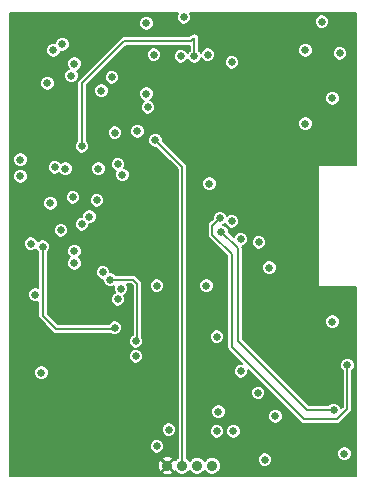
<source format=gbr>
G04 (created by PCBNEW (22-Jun-2014 BZR 4027)-stable) date Thu 09 Jul 2015 06:25:10 AM CDT*
%MOIN*%
G04 Gerber Fmt 3.4, Leading zero omitted, Abs format*
%FSLAX34Y34*%
G01*
G70*
G90*
G04 APERTURE LIST*
%ADD10C,0.00590551*%
%ADD11C,0.0350394*%
%ADD12C,0.025*%
%ADD13C,0.008*%
%ADD14C,0.00787402*%
G04 APERTURE END LIST*
G54D10*
G54D11*
X10900Y-20750D03*
X11400Y-20750D03*
X11900Y-20750D03*
X12400Y-20750D03*
G54D12*
X10250Y-8800D03*
X9900Y-9600D03*
X8750Y-14300D03*
X7800Y-7350D03*
X16650Y-7000D03*
X16800Y-20350D03*
X9250Y-10700D03*
X12600Y-18950D03*
X12300Y-11350D03*
X7000Y-12000D03*
X6350Y-13350D03*
X12550Y-16450D03*
X6500Y-15050D03*
X10450Y-7050D03*
X12250Y-7050D03*
X16400Y-8500D03*
X7150Y-10800D03*
X6000Y-10550D03*
X6000Y-11100D03*
X16400Y-15950D03*
X12200Y-14750D03*
X9250Y-15200D03*
X6700Y-17650D03*
X9850Y-17100D03*
X10950Y-19550D03*
X13350Y-17600D03*
X13923Y-18323D03*
X10200Y-8350D03*
X13050Y-7300D03*
X10550Y-20100D03*
X9350Y-14850D03*
X10550Y-14750D03*
X13950Y-13300D03*
X13350Y-13200D03*
X8550Y-11900D03*
X7800Y-13600D03*
X8300Y-12450D03*
X7800Y-14000D03*
X8050Y-12700D03*
X9150Y-9650D03*
X7700Y-7750D03*
X9050Y-7800D03*
X15500Y-9350D03*
X15500Y-6900D03*
X14300Y-14150D03*
X14500Y-19100D03*
X11350Y-7100D03*
X11450Y-5800D03*
X6750Y-13450D03*
X9150Y-16150D03*
X8050Y-10100D03*
X11800Y-7100D03*
X10200Y-6000D03*
X8700Y-8250D03*
X9850Y-16600D03*
X7350Y-12900D03*
X9000Y-14550D03*
X7500Y-10850D03*
X8600Y-10850D03*
X10500Y-9900D03*
X9400Y-11050D03*
X7400Y-6700D03*
X7750Y-11800D03*
X6900Y-8000D03*
X12700Y-12950D03*
X16450Y-18900D03*
X12650Y-12500D03*
X16900Y-17400D03*
X16200Y-16350D03*
X8000Y-6800D03*
X9100Y-15800D03*
X9400Y-10100D03*
X12300Y-14400D03*
X9000Y-17100D03*
X10500Y-15800D03*
X12600Y-17600D03*
X9500Y-8950D03*
X7200Y-10400D03*
X13050Y-12600D03*
X12550Y-19600D03*
X13100Y-19600D03*
X16050Y-5950D03*
X14150Y-20550D03*
X7100Y-6900D03*
G54D13*
X6750Y-15750D02*
X6750Y-13450D01*
X7200Y-16200D02*
X6750Y-15750D01*
X9100Y-16200D02*
X7200Y-16200D01*
X9150Y-16150D02*
X9100Y-16200D01*
X8050Y-8000D02*
X8050Y-10100D01*
X9450Y-6600D02*
X8050Y-8000D01*
X11700Y-6600D02*
X9450Y-6600D01*
X11800Y-6500D02*
X11700Y-6600D01*
X11800Y-7100D02*
X11800Y-6500D01*
X9750Y-14550D02*
X9000Y-14550D01*
X9900Y-14700D02*
X9750Y-14550D01*
X9900Y-16550D02*
X9900Y-14700D01*
X9850Y-16600D02*
X9900Y-16550D01*
X11400Y-10800D02*
X11400Y-20750D01*
X10500Y-9900D02*
X11400Y-10800D01*
X12700Y-12950D02*
X13250Y-13500D01*
X13250Y-13500D02*
X13250Y-16600D01*
X13250Y-16600D02*
X15550Y-18900D01*
X15550Y-18900D02*
X16450Y-18900D01*
X12650Y-12500D02*
X12400Y-12750D01*
X12400Y-12750D02*
X12400Y-13050D01*
X12400Y-13050D02*
X13050Y-13700D01*
X13050Y-13700D02*
X13050Y-16800D01*
X13050Y-16800D02*
X15450Y-19200D01*
X15450Y-19200D02*
X16550Y-19200D01*
X16550Y-19200D02*
X16900Y-18850D01*
X16900Y-18850D02*
X16900Y-17400D01*
G54D10*
G36*
X17185Y-21097D02*
X17143Y-21097D01*
X17143Y-17351D01*
X17106Y-17262D01*
X17037Y-17194D01*
X16948Y-17156D01*
X16851Y-17156D01*
X16762Y-17193D01*
X16694Y-17262D01*
X16656Y-17351D01*
X16656Y-17448D01*
X16693Y-17537D01*
X16741Y-17585D01*
X16741Y-18784D01*
X16687Y-18838D01*
X16656Y-18762D01*
X16643Y-18749D01*
X16643Y-15901D01*
X16606Y-15812D01*
X16537Y-15744D01*
X16448Y-15706D01*
X16351Y-15706D01*
X16262Y-15743D01*
X16194Y-15812D01*
X16156Y-15901D01*
X16156Y-15998D01*
X16193Y-16087D01*
X16262Y-16155D01*
X16351Y-16193D01*
X16448Y-16193D01*
X16537Y-16156D01*
X16605Y-16087D01*
X16643Y-15998D01*
X16643Y-15901D01*
X16643Y-18749D01*
X16587Y-18694D01*
X16498Y-18656D01*
X16401Y-18656D01*
X16312Y-18693D01*
X16264Y-18741D01*
X15743Y-18741D01*
X15743Y-9301D01*
X15743Y-6851D01*
X15706Y-6762D01*
X15637Y-6694D01*
X15548Y-6656D01*
X15451Y-6656D01*
X15362Y-6693D01*
X15294Y-6762D01*
X15256Y-6851D01*
X15256Y-6948D01*
X15293Y-7037D01*
X15362Y-7105D01*
X15451Y-7143D01*
X15548Y-7143D01*
X15637Y-7106D01*
X15705Y-7037D01*
X15743Y-6948D01*
X15743Y-6851D01*
X15743Y-9301D01*
X15706Y-9212D01*
X15637Y-9144D01*
X15548Y-9106D01*
X15451Y-9106D01*
X15362Y-9143D01*
X15294Y-9212D01*
X15256Y-9301D01*
X15256Y-9398D01*
X15293Y-9487D01*
X15362Y-9555D01*
X15451Y-9593D01*
X15548Y-9593D01*
X15637Y-9556D01*
X15705Y-9487D01*
X15743Y-9398D01*
X15743Y-9301D01*
X15743Y-18741D01*
X15615Y-18741D01*
X14543Y-17669D01*
X14543Y-14101D01*
X14506Y-14012D01*
X14437Y-13944D01*
X14348Y-13906D01*
X14251Y-13906D01*
X14193Y-13931D01*
X14193Y-13251D01*
X14156Y-13162D01*
X14087Y-13094D01*
X13998Y-13056D01*
X13901Y-13056D01*
X13812Y-13093D01*
X13744Y-13162D01*
X13706Y-13251D01*
X13706Y-13348D01*
X13743Y-13437D01*
X13812Y-13505D01*
X13901Y-13543D01*
X13998Y-13543D01*
X14087Y-13506D01*
X14155Y-13437D01*
X14193Y-13348D01*
X14193Y-13251D01*
X14193Y-13931D01*
X14162Y-13943D01*
X14094Y-14012D01*
X14056Y-14101D01*
X14056Y-14198D01*
X14093Y-14287D01*
X14162Y-14355D01*
X14251Y-14393D01*
X14348Y-14393D01*
X14437Y-14356D01*
X14505Y-14287D01*
X14543Y-14198D01*
X14543Y-14101D01*
X14543Y-17669D01*
X13408Y-16534D01*
X13408Y-13500D01*
X13396Y-13443D01*
X13398Y-13443D01*
X13487Y-13406D01*
X13555Y-13337D01*
X13593Y-13248D01*
X13593Y-13151D01*
X13556Y-13062D01*
X13487Y-12994D01*
X13398Y-12956D01*
X13301Y-12956D01*
X13212Y-12993D01*
X13144Y-13062D01*
X13112Y-13138D01*
X12943Y-12969D01*
X12943Y-12901D01*
X12906Y-12812D01*
X12837Y-12744D01*
X12767Y-12714D01*
X12787Y-12706D01*
X12818Y-12675D01*
X12843Y-12737D01*
X12912Y-12805D01*
X13001Y-12843D01*
X13098Y-12843D01*
X13187Y-12806D01*
X13255Y-12737D01*
X13293Y-12648D01*
X13293Y-12551D01*
X13293Y-7251D01*
X13256Y-7162D01*
X13187Y-7094D01*
X13098Y-7056D01*
X13001Y-7056D01*
X12912Y-7093D01*
X12844Y-7162D01*
X12806Y-7251D01*
X12806Y-7348D01*
X12843Y-7437D01*
X12912Y-7505D01*
X13001Y-7543D01*
X13098Y-7543D01*
X13187Y-7506D01*
X13255Y-7437D01*
X13293Y-7348D01*
X13293Y-7251D01*
X13293Y-12551D01*
X13256Y-12462D01*
X13187Y-12394D01*
X13098Y-12356D01*
X13001Y-12356D01*
X12912Y-12393D01*
X12881Y-12424D01*
X12856Y-12362D01*
X12787Y-12294D01*
X12698Y-12256D01*
X12601Y-12256D01*
X12543Y-12281D01*
X12543Y-11301D01*
X12506Y-11212D01*
X12493Y-11199D01*
X12493Y-7001D01*
X12456Y-6912D01*
X12387Y-6844D01*
X12298Y-6806D01*
X12201Y-6806D01*
X12112Y-6843D01*
X12044Y-6912D01*
X12014Y-6982D01*
X12006Y-6962D01*
X11958Y-6914D01*
X11958Y-6500D01*
X11946Y-6439D01*
X11946Y-6439D01*
X11911Y-6388D01*
X11860Y-6353D01*
X11800Y-6341D01*
X11739Y-6353D01*
X11688Y-6388D01*
X11634Y-6441D01*
X10443Y-6441D01*
X10443Y-5951D01*
X10406Y-5862D01*
X10337Y-5794D01*
X10248Y-5756D01*
X10151Y-5756D01*
X10062Y-5793D01*
X9994Y-5862D01*
X9956Y-5951D01*
X9956Y-6048D01*
X9993Y-6137D01*
X10062Y-6205D01*
X10151Y-6243D01*
X10248Y-6243D01*
X10337Y-6206D01*
X10405Y-6137D01*
X10443Y-6048D01*
X10443Y-5951D01*
X10443Y-6441D01*
X9450Y-6441D01*
X9389Y-6453D01*
X9338Y-6488D01*
X8043Y-7783D01*
X8043Y-7301D01*
X8006Y-7212D01*
X7937Y-7144D01*
X7848Y-7106D01*
X7751Y-7106D01*
X7662Y-7143D01*
X7643Y-7163D01*
X7643Y-6651D01*
X7606Y-6562D01*
X7537Y-6494D01*
X7448Y-6456D01*
X7351Y-6456D01*
X7262Y-6493D01*
X7194Y-6562D01*
X7156Y-6651D01*
X7156Y-6660D01*
X7148Y-6656D01*
X7051Y-6656D01*
X6962Y-6693D01*
X6894Y-6762D01*
X6856Y-6851D01*
X6856Y-6948D01*
X6893Y-7037D01*
X6962Y-7105D01*
X7051Y-7143D01*
X7148Y-7143D01*
X7237Y-7106D01*
X7305Y-7037D01*
X7343Y-6948D01*
X7343Y-6939D01*
X7351Y-6943D01*
X7448Y-6943D01*
X7537Y-6906D01*
X7605Y-6837D01*
X7643Y-6748D01*
X7643Y-6651D01*
X7643Y-7163D01*
X7594Y-7212D01*
X7556Y-7301D01*
X7556Y-7398D01*
X7593Y-7487D01*
X7624Y-7518D01*
X7562Y-7543D01*
X7494Y-7612D01*
X7456Y-7701D01*
X7456Y-7798D01*
X7493Y-7887D01*
X7562Y-7955D01*
X7651Y-7993D01*
X7748Y-7993D01*
X7837Y-7956D01*
X7905Y-7887D01*
X7943Y-7798D01*
X7943Y-7701D01*
X7906Y-7612D01*
X7875Y-7581D01*
X7937Y-7556D01*
X8005Y-7487D01*
X8043Y-7398D01*
X8043Y-7301D01*
X8043Y-7783D01*
X7938Y-7888D01*
X7903Y-7939D01*
X7891Y-8000D01*
X7891Y-9914D01*
X7844Y-9962D01*
X7806Y-10051D01*
X7806Y-10148D01*
X7843Y-10237D01*
X7912Y-10305D01*
X8001Y-10343D01*
X8098Y-10343D01*
X8187Y-10306D01*
X8255Y-10237D01*
X8293Y-10148D01*
X8293Y-10051D01*
X8256Y-9962D01*
X8208Y-9914D01*
X8208Y-8065D01*
X9515Y-6758D01*
X11641Y-6758D01*
X11641Y-6914D01*
X11594Y-6962D01*
X11574Y-7007D01*
X11556Y-6962D01*
X11487Y-6894D01*
X11398Y-6856D01*
X11301Y-6856D01*
X11212Y-6893D01*
X11144Y-6962D01*
X11106Y-7051D01*
X11106Y-7148D01*
X11143Y-7237D01*
X11212Y-7305D01*
X11301Y-7343D01*
X11398Y-7343D01*
X11487Y-7306D01*
X11555Y-7237D01*
X11575Y-7192D01*
X11593Y-7237D01*
X11662Y-7305D01*
X11751Y-7343D01*
X11848Y-7343D01*
X11937Y-7306D01*
X12005Y-7237D01*
X12035Y-7167D01*
X12043Y-7187D01*
X12112Y-7255D01*
X12201Y-7293D01*
X12298Y-7293D01*
X12387Y-7256D01*
X12455Y-7187D01*
X12493Y-7098D01*
X12493Y-7001D01*
X12493Y-11199D01*
X12437Y-11144D01*
X12348Y-11106D01*
X12251Y-11106D01*
X12162Y-11143D01*
X12094Y-11212D01*
X12056Y-11301D01*
X12056Y-11398D01*
X12093Y-11487D01*
X12162Y-11555D01*
X12251Y-11593D01*
X12348Y-11593D01*
X12437Y-11556D01*
X12505Y-11487D01*
X12543Y-11398D01*
X12543Y-11301D01*
X12543Y-12281D01*
X12512Y-12293D01*
X12444Y-12362D01*
X12406Y-12451D01*
X12406Y-12519D01*
X12288Y-12638D01*
X12253Y-12689D01*
X12241Y-12750D01*
X12241Y-13050D01*
X12253Y-13110D01*
X12288Y-13161D01*
X12891Y-13765D01*
X12891Y-16800D01*
X12903Y-16860D01*
X12938Y-16911D01*
X13383Y-17356D01*
X13301Y-17356D01*
X13212Y-17393D01*
X13144Y-17462D01*
X13106Y-17551D01*
X13106Y-17648D01*
X13143Y-17737D01*
X13212Y-17805D01*
X13301Y-17843D01*
X13398Y-17843D01*
X13487Y-17806D01*
X13555Y-17737D01*
X13593Y-17648D01*
X13593Y-17566D01*
X15338Y-19311D01*
X15338Y-19311D01*
X15389Y-19346D01*
X15449Y-19358D01*
X15450Y-19358D01*
X16550Y-19358D01*
X16610Y-19346D01*
X16610Y-19346D01*
X16661Y-19311D01*
X17011Y-18961D01*
X17011Y-18961D01*
X17011Y-18961D01*
X17046Y-18910D01*
X17058Y-18850D01*
X17058Y-18850D01*
X17058Y-17585D01*
X17105Y-17537D01*
X17143Y-17448D01*
X17143Y-17351D01*
X17143Y-21097D01*
X17043Y-21097D01*
X17043Y-20301D01*
X17006Y-20212D01*
X16937Y-20144D01*
X16848Y-20106D01*
X16751Y-20106D01*
X16662Y-20143D01*
X16594Y-20212D01*
X16556Y-20301D01*
X16556Y-20398D01*
X16593Y-20487D01*
X16662Y-20555D01*
X16751Y-20593D01*
X16848Y-20593D01*
X16937Y-20556D01*
X17005Y-20487D01*
X17043Y-20398D01*
X17043Y-20301D01*
X17043Y-21097D01*
X14743Y-21097D01*
X14743Y-19051D01*
X14706Y-18962D01*
X14637Y-18894D01*
X14548Y-18856D01*
X14451Y-18856D01*
X14362Y-18893D01*
X14294Y-18962D01*
X14256Y-19051D01*
X14256Y-19148D01*
X14293Y-19237D01*
X14362Y-19305D01*
X14451Y-19343D01*
X14548Y-19343D01*
X14637Y-19306D01*
X14705Y-19237D01*
X14743Y-19148D01*
X14743Y-19051D01*
X14743Y-21097D01*
X14393Y-21097D01*
X14393Y-20501D01*
X14356Y-20412D01*
X14287Y-20344D01*
X14198Y-20306D01*
X14166Y-20306D01*
X14166Y-18274D01*
X14129Y-18185D01*
X14060Y-18117D01*
X13971Y-18079D01*
X13874Y-18079D01*
X13785Y-18116D01*
X13717Y-18185D01*
X13679Y-18274D01*
X13679Y-18371D01*
X13716Y-18460D01*
X13785Y-18528D01*
X13874Y-18566D01*
X13971Y-18566D01*
X14060Y-18529D01*
X14128Y-18460D01*
X14166Y-18371D01*
X14166Y-18274D01*
X14166Y-20306D01*
X14101Y-20306D01*
X14012Y-20343D01*
X13944Y-20412D01*
X13906Y-20501D01*
X13906Y-20598D01*
X13943Y-20687D01*
X14012Y-20755D01*
X14101Y-20793D01*
X14198Y-20793D01*
X14287Y-20756D01*
X14355Y-20687D01*
X14393Y-20598D01*
X14393Y-20501D01*
X14393Y-21097D01*
X13343Y-21097D01*
X13343Y-19551D01*
X13306Y-19462D01*
X13237Y-19394D01*
X13148Y-19356D01*
X13051Y-19356D01*
X12962Y-19393D01*
X12894Y-19462D01*
X12856Y-19551D01*
X12856Y-19648D01*
X12893Y-19737D01*
X12962Y-19805D01*
X13051Y-19843D01*
X13148Y-19843D01*
X13237Y-19806D01*
X13305Y-19737D01*
X13343Y-19648D01*
X13343Y-19551D01*
X13343Y-21097D01*
X12843Y-21097D01*
X12843Y-18901D01*
X12806Y-18812D01*
X12793Y-18799D01*
X12793Y-16401D01*
X12756Y-16312D01*
X12687Y-16244D01*
X12598Y-16206D01*
X12501Y-16206D01*
X12443Y-16231D01*
X12443Y-14701D01*
X12406Y-14612D01*
X12337Y-14544D01*
X12248Y-14506D01*
X12151Y-14506D01*
X12062Y-14543D01*
X11994Y-14612D01*
X11956Y-14701D01*
X11956Y-14798D01*
X11993Y-14887D01*
X12062Y-14955D01*
X12151Y-14993D01*
X12248Y-14993D01*
X12337Y-14956D01*
X12405Y-14887D01*
X12443Y-14798D01*
X12443Y-14701D01*
X12443Y-16231D01*
X12412Y-16243D01*
X12344Y-16312D01*
X12306Y-16401D01*
X12306Y-16498D01*
X12343Y-16587D01*
X12412Y-16655D01*
X12501Y-16693D01*
X12598Y-16693D01*
X12687Y-16656D01*
X12755Y-16587D01*
X12793Y-16498D01*
X12793Y-16401D01*
X12793Y-18799D01*
X12737Y-18744D01*
X12648Y-18706D01*
X12551Y-18706D01*
X12462Y-18743D01*
X12394Y-18812D01*
X12356Y-18901D01*
X12356Y-18998D01*
X12393Y-19087D01*
X12462Y-19155D01*
X12551Y-19193D01*
X12648Y-19193D01*
X12737Y-19156D01*
X12805Y-19087D01*
X12843Y-18998D01*
X12843Y-18901D01*
X12843Y-21097D01*
X12793Y-21097D01*
X12793Y-19551D01*
X12756Y-19462D01*
X12687Y-19394D01*
X12598Y-19356D01*
X12501Y-19356D01*
X12412Y-19393D01*
X12344Y-19462D01*
X12306Y-19551D01*
X12306Y-19648D01*
X12343Y-19737D01*
X12412Y-19805D01*
X12501Y-19843D01*
X12598Y-19843D01*
X12687Y-19806D01*
X12755Y-19737D01*
X12793Y-19648D01*
X12793Y-19551D01*
X12793Y-21097D01*
X12693Y-21097D01*
X12693Y-20691D01*
X12648Y-20584D01*
X12566Y-20501D01*
X12458Y-20456D01*
X12341Y-20456D01*
X12234Y-20501D01*
X12151Y-20583D01*
X12150Y-20587D01*
X12148Y-20584D01*
X12066Y-20501D01*
X11958Y-20456D01*
X11841Y-20456D01*
X11734Y-20501D01*
X11651Y-20583D01*
X11650Y-20587D01*
X11648Y-20584D01*
X11566Y-20501D01*
X11558Y-20498D01*
X11558Y-10800D01*
X11546Y-10739D01*
X11511Y-10688D01*
X10743Y-9919D01*
X10743Y-9851D01*
X10706Y-9762D01*
X10693Y-9749D01*
X10693Y-7001D01*
X10656Y-6912D01*
X10587Y-6844D01*
X10498Y-6806D01*
X10401Y-6806D01*
X10312Y-6843D01*
X10244Y-6912D01*
X10206Y-7001D01*
X10206Y-7098D01*
X10243Y-7187D01*
X10312Y-7255D01*
X10401Y-7293D01*
X10498Y-7293D01*
X10587Y-7256D01*
X10655Y-7187D01*
X10693Y-7098D01*
X10693Y-7001D01*
X10693Y-9749D01*
X10637Y-9694D01*
X10548Y-9656D01*
X10493Y-9656D01*
X10493Y-8751D01*
X10456Y-8662D01*
X10387Y-8594D01*
X10317Y-8564D01*
X10337Y-8556D01*
X10405Y-8487D01*
X10443Y-8398D01*
X10443Y-8301D01*
X10406Y-8212D01*
X10337Y-8144D01*
X10248Y-8106D01*
X10151Y-8106D01*
X10062Y-8143D01*
X9994Y-8212D01*
X9956Y-8301D01*
X9956Y-8398D01*
X9993Y-8487D01*
X10062Y-8555D01*
X10132Y-8585D01*
X10112Y-8593D01*
X10044Y-8662D01*
X10006Y-8751D01*
X10006Y-8848D01*
X10043Y-8937D01*
X10112Y-9005D01*
X10201Y-9043D01*
X10298Y-9043D01*
X10387Y-9006D01*
X10455Y-8937D01*
X10493Y-8848D01*
X10493Y-8751D01*
X10493Y-9656D01*
X10451Y-9656D01*
X10362Y-9693D01*
X10294Y-9762D01*
X10256Y-9851D01*
X10256Y-9948D01*
X10293Y-10037D01*
X10362Y-10105D01*
X10451Y-10143D01*
X10519Y-10143D01*
X11241Y-10865D01*
X11241Y-20497D01*
X11234Y-20501D01*
X11193Y-20542D01*
X11193Y-19501D01*
X11156Y-19412D01*
X11087Y-19344D01*
X10998Y-19306D01*
X10901Y-19306D01*
X10812Y-19343D01*
X10793Y-19363D01*
X10793Y-14701D01*
X10756Y-14612D01*
X10687Y-14544D01*
X10598Y-14506D01*
X10501Y-14506D01*
X10412Y-14543D01*
X10344Y-14612D01*
X10306Y-14701D01*
X10306Y-14798D01*
X10343Y-14887D01*
X10412Y-14955D01*
X10501Y-14993D01*
X10598Y-14993D01*
X10687Y-14956D01*
X10755Y-14887D01*
X10793Y-14798D01*
X10793Y-14701D01*
X10793Y-19363D01*
X10744Y-19412D01*
X10706Y-19501D01*
X10706Y-19598D01*
X10743Y-19687D01*
X10812Y-19755D01*
X10901Y-19793D01*
X10998Y-19793D01*
X11087Y-19756D01*
X11155Y-19687D01*
X11193Y-19598D01*
X11193Y-19501D01*
X11193Y-20542D01*
X11165Y-20570D01*
X11109Y-20555D01*
X11094Y-20570D01*
X11094Y-20540D01*
X11079Y-20484D01*
X10964Y-20435D01*
X10839Y-20435D01*
X10793Y-20453D01*
X10793Y-20051D01*
X10756Y-19962D01*
X10687Y-19894D01*
X10598Y-19856D01*
X10501Y-19856D01*
X10412Y-19893D01*
X10344Y-19962D01*
X10306Y-20051D01*
X10306Y-20148D01*
X10343Y-20237D01*
X10412Y-20305D01*
X10501Y-20343D01*
X10598Y-20343D01*
X10687Y-20306D01*
X10755Y-20237D01*
X10793Y-20148D01*
X10793Y-20051D01*
X10793Y-20453D01*
X10723Y-20482D01*
X10720Y-20484D01*
X10705Y-20540D01*
X10900Y-20734D01*
X11094Y-20540D01*
X11094Y-20570D01*
X10915Y-20750D01*
X11109Y-20944D01*
X11165Y-20929D01*
X11233Y-20998D01*
X11341Y-21043D01*
X11458Y-21043D01*
X11565Y-20998D01*
X11648Y-20916D01*
X11649Y-20912D01*
X11651Y-20915D01*
X11733Y-20998D01*
X11841Y-21043D01*
X11958Y-21043D01*
X12065Y-20998D01*
X12148Y-20916D01*
X12149Y-20912D01*
X12151Y-20915D01*
X12233Y-20998D01*
X12341Y-21043D01*
X12458Y-21043D01*
X12565Y-20998D01*
X12648Y-20916D01*
X12693Y-20808D01*
X12693Y-20691D01*
X12693Y-21097D01*
X11094Y-21097D01*
X11094Y-20959D01*
X10900Y-20765D01*
X10884Y-20780D01*
X10884Y-20750D01*
X10690Y-20555D01*
X10634Y-20570D01*
X10585Y-20685D01*
X10585Y-20810D01*
X10632Y-20926D01*
X10634Y-20929D01*
X10690Y-20944D01*
X10884Y-20750D01*
X10884Y-20780D01*
X10705Y-20959D01*
X10720Y-21015D01*
X10835Y-21064D01*
X10960Y-21064D01*
X11076Y-21017D01*
X11079Y-21015D01*
X11094Y-20959D01*
X11094Y-21097D01*
X10143Y-21097D01*
X10143Y-9551D01*
X10106Y-9462D01*
X10037Y-9394D01*
X9948Y-9356D01*
X9851Y-9356D01*
X9762Y-9393D01*
X9694Y-9462D01*
X9656Y-9551D01*
X9656Y-9648D01*
X9693Y-9737D01*
X9762Y-9805D01*
X9851Y-9843D01*
X9948Y-9843D01*
X10037Y-9806D01*
X10105Y-9737D01*
X10143Y-9648D01*
X10143Y-9551D01*
X10143Y-21097D01*
X10093Y-21097D01*
X10093Y-17051D01*
X10093Y-16551D01*
X10058Y-16467D01*
X10058Y-14700D01*
X10046Y-14639D01*
X10011Y-14588D01*
X9861Y-14438D01*
X9810Y-14403D01*
X9750Y-14391D01*
X9643Y-14391D01*
X9643Y-11001D01*
X9606Y-10912D01*
X9537Y-10844D01*
X9465Y-10814D01*
X9493Y-10748D01*
X9493Y-10651D01*
X9456Y-10562D01*
X9393Y-10499D01*
X9393Y-9601D01*
X9356Y-9512D01*
X9293Y-9449D01*
X9293Y-7751D01*
X9256Y-7662D01*
X9187Y-7594D01*
X9098Y-7556D01*
X9001Y-7556D01*
X8912Y-7593D01*
X8844Y-7662D01*
X8806Y-7751D01*
X8806Y-7848D01*
X8843Y-7937D01*
X8912Y-8005D01*
X9001Y-8043D01*
X9098Y-8043D01*
X9187Y-8006D01*
X9255Y-7937D01*
X9293Y-7848D01*
X9293Y-7751D01*
X9293Y-9449D01*
X9287Y-9444D01*
X9198Y-9406D01*
X9101Y-9406D01*
X9012Y-9443D01*
X8944Y-9512D01*
X8943Y-9514D01*
X8943Y-8201D01*
X8906Y-8112D01*
X8837Y-8044D01*
X8748Y-8006D01*
X8651Y-8006D01*
X8562Y-8043D01*
X8494Y-8112D01*
X8456Y-8201D01*
X8456Y-8298D01*
X8493Y-8387D01*
X8562Y-8455D01*
X8651Y-8493D01*
X8748Y-8493D01*
X8837Y-8456D01*
X8905Y-8387D01*
X8943Y-8298D01*
X8943Y-8201D01*
X8943Y-9514D01*
X8906Y-9601D01*
X8906Y-9698D01*
X8943Y-9787D01*
X9012Y-9855D01*
X9101Y-9893D01*
X9198Y-9893D01*
X9287Y-9856D01*
X9355Y-9787D01*
X9393Y-9698D01*
X9393Y-9601D01*
X9393Y-10499D01*
X9387Y-10494D01*
X9298Y-10456D01*
X9201Y-10456D01*
X9112Y-10493D01*
X9044Y-10562D01*
X9006Y-10651D01*
X9006Y-10748D01*
X9043Y-10837D01*
X9112Y-10905D01*
X9184Y-10935D01*
X9156Y-11001D01*
X9156Y-11098D01*
X9193Y-11187D01*
X9262Y-11255D01*
X9351Y-11293D01*
X9448Y-11293D01*
X9537Y-11256D01*
X9605Y-11187D01*
X9643Y-11098D01*
X9643Y-11001D01*
X9643Y-14391D01*
X9185Y-14391D01*
X9137Y-14344D01*
X9048Y-14306D01*
X8993Y-14306D01*
X8993Y-14251D01*
X8956Y-14162D01*
X8887Y-14094D01*
X8843Y-14075D01*
X8843Y-10801D01*
X8806Y-10712D01*
X8737Y-10644D01*
X8648Y-10606D01*
X8551Y-10606D01*
X8462Y-10643D01*
X8394Y-10712D01*
X8356Y-10801D01*
X8356Y-10898D01*
X8393Y-10987D01*
X8462Y-11055D01*
X8551Y-11093D01*
X8648Y-11093D01*
X8737Y-11056D01*
X8805Y-10987D01*
X8843Y-10898D01*
X8843Y-10801D01*
X8843Y-14075D01*
X8798Y-14056D01*
X8793Y-14056D01*
X8793Y-11851D01*
X8756Y-11762D01*
X8687Y-11694D01*
X8598Y-11656D01*
X8501Y-11656D01*
X8412Y-11693D01*
X8344Y-11762D01*
X8306Y-11851D01*
X8306Y-11948D01*
X8343Y-12037D01*
X8412Y-12105D01*
X8501Y-12143D01*
X8598Y-12143D01*
X8687Y-12106D01*
X8755Y-12037D01*
X8793Y-11948D01*
X8793Y-11851D01*
X8793Y-14056D01*
X8701Y-14056D01*
X8612Y-14093D01*
X8544Y-14162D01*
X8543Y-14164D01*
X8543Y-12401D01*
X8506Y-12312D01*
X8437Y-12244D01*
X8348Y-12206D01*
X8251Y-12206D01*
X8162Y-12243D01*
X8094Y-12312D01*
X8056Y-12401D01*
X8056Y-12456D01*
X8001Y-12456D01*
X7993Y-12460D01*
X7993Y-11751D01*
X7956Y-11662D01*
X7887Y-11594D01*
X7798Y-11556D01*
X7743Y-11556D01*
X7743Y-10801D01*
X7706Y-10712D01*
X7637Y-10644D01*
X7548Y-10606D01*
X7451Y-10606D01*
X7362Y-10643D01*
X7349Y-10656D01*
X7287Y-10594D01*
X7198Y-10556D01*
X7143Y-10556D01*
X7143Y-7951D01*
X7106Y-7862D01*
X7037Y-7794D01*
X6948Y-7756D01*
X6851Y-7756D01*
X6762Y-7793D01*
X6694Y-7862D01*
X6656Y-7951D01*
X6656Y-8048D01*
X6693Y-8137D01*
X6762Y-8205D01*
X6851Y-8243D01*
X6948Y-8243D01*
X7037Y-8206D01*
X7105Y-8137D01*
X7143Y-8048D01*
X7143Y-7951D01*
X7143Y-10556D01*
X7101Y-10556D01*
X7012Y-10593D01*
X6944Y-10662D01*
X6906Y-10751D01*
X6906Y-10848D01*
X6943Y-10937D01*
X7012Y-11005D01*
X7101Y-11043D01*
X7198Y-11043D01*
X7287Y-11006D01*
X7300Y-10993D01*
X7362Y-11055D01*
X7451Y-11093D01*
X7548Y-11093D01*
X7637Y-11056D01*
X7705Y-10987D01*
X7743Y-10898D01*
X7743Y-10801D01*
X7743Y-11556D01*
X7701Y-11556D01*
X7612Y-11593D01*
X7544Y-11662D01*
X7506Y-11751D01*
X7506Y-11848D01*
X7543Y-11937D01*
X7612Y-12005D01*
X7701Y-12043D01*
X7798Y-12043D01*
X7887Y-12006D01*
X7955Y-11937D01*
X7993Y-11848D01*
X7993Y-11751D01*
X7993Y-12460D01*
X7912Y-12493D01*
X7844Y-12562D01*
X7806Y-12651D01*
X7806Y-12748D01*
X7843Y-12837D01*
X7912Y-12905D01*
X8001Y-12943D01*
X8098Y-12943D01*
X8187Y-12906D01*
X8255Y-12837D01*
X8293Y-12748D01*
X8293Y-12693D01*
X8348Y-12693D01*
X8437Y-12656D01*
X8505Y-12587D01*
X8543Y-12498D01*
X8543Y-12401D01*
X8543Y-14164D01*
X8506Y-14251D01*
X8506Y-14348D01*
X8543Y-14437D01*
X8612Y-14505D01*
X8701Y-14543D01*
X8756Y-14543D01*
X8756Y-14598D01*
X8793Y-14687D01*
X8862Y-14755D01*
X8951Y-14793D01*
X9048Y-14793D01*
X9123Y-14762D01*
X9106Y-14801D01*
X9106Y-14898D01*
X9141Y-14981D01*
X9112Y-14993D01*
X9044Y-15062D01*
X9006Y-15151D01*
X9006Y-15248D01*
X9043Y-15337D01*
X9112Y-15405D01*
X9201Y-15443D01*
X9298Y-15443D01*
X9387Y-15406D01*
X9455Y-15337D01*
X9493Y-15248D01*
X9493Y-15151D01*
X9458Y-15068D01*
X9487Y-15056D01*
X9555Y-14987D01*
X9593Y-14898D01*
X9593Y-14801D01*
X9556Y-14712D01*
X9551Y-14708D01*
X9684Y-14708D01*
X9741Y-14765D01*
X9741Y-16381D01*
X9712Y-16393D01*
X9644Y-16462D01*
X9606Y-16551D01*
X9606Y-16648D01*
X9643Y-16737D01*
X9712Y-16805D01*
X9801Y-16843D01*
X9898Y-16843D01*
X9987Y-16806D01*
X10055Y-16737D01*
X10093Y-16648D01*
X10093Y-16551D01*
X10093Y-17051D01*
X10056Y-16962D01*
X9987Y-16894D01*
X9898Y-16856D01*
X9801Y-16856D01*
X9712Y-16893D01*
X9644Y-16962D01*
X9606Y-17051D01*
X9606Y-17148D01*
X9643Y-17237D01*
X9712Y-17305D01*
X9801Y-17343D01*
X9898Y-17343D01*
X9987Y-17306D01*
X10055Y-17237D01*
X10093Y-17148D01*
X10093Y-17051D01*
X10093Y-21097D01*
X9393Y-21097D01*
X9393Y-16101D01*
X9356Y-16012D01*
X9287Y-15944D01*
X9198Y-15906D01*
X9101Y-15906D01*
X9012Y-15943D01*
X8944Y-16012D01*
X8931Y-16041D01*
X8043Y-16041D01*
X8043Y-13951D01*
X8006Y-13862D01*
X7943Y-13799D01*
X8005Y-13737D01*
X8043Y-13648D01*
X8043Y-13551D01*
X8006Y-13462D01*
X7937Y-13394D01*
X7848Y-13356D01*
X7751Y-13356D01*
X7662Y-13393D01*
X7594Y-13462D01*
X7593Y-13464D01*
X7593Y-12851D01*
X7556Y-12762D01*
X7487Y-12694D01*
X7398Y-12656D01*
X7301Y-12656D01*
X7243Y-12681D01*
X7243Y-11951D01*
X7206Y-11862D01*
X7137Y-11794D01*
X7048Y-11756D01*
X6951Y-11756D01*
X6862Y-11793D01*
X6794Y-11862D01*
X6756Y-11951D01*
X6756Y-12048D01*
X6793Y-12137D01*
X6862Y-12205D01*
X6951Y-12243D01*
X7048Y-12243D01*
X7137Y-12206D01*
X7205Y-12137D01*
X7243Y-12048D01*
X7243Y-11951D01*
X7243Y-12681D01*
X7212Y-12693D01*
X7144Y-12762D01*
X7106Y-12851D01*
X7106Y-12948D01*
X7143Y-13037D01*
X7212Y-13105D01*
X7301Y-13143D01*
X7398Y-13143D01*
X7487Y-13106D01*
X7555Y-13037D01*
X7593Y-12948D01*
X7593Y-12851D01*
X7593Y-13464D01*
X7556Y-13551D01*
X7556Y-13648D01*
X7593Y-13737D01*
X7656Y-13800D01*
X7594Y-13862D01*
X7556Y-13951D01*
X7556Y-14048D01*
X7593Y-14137D01*
X7662Y-14205D01*
X7751Y-14243D01*
X7848Y-14243D01*
X7937Y-14206D01*
X8005Y-14137D01*
X8043Y-14048D01*
X8043Y-13951D01*
X8043Y-16041D01*
X7265Y-16041D01*
X6908Y-15684D01*
X6908Y-13635D01*
X6955Y-13587D01*
X6993Y-13498D01*
X6993Y-13401D01*
X6956Y-13312D01*
X6887Y-13244D01*
X6798Y-13206D01*
X6701Y-13206D01*
X6612Y-13243D01*
X6581Y-13274D01*
X6556Y-13212D01*
X6487Y-13144D01*
X6398Y-13106D01*
X6301Y-13106D01*
X6243Y-13131D01*
X6243Y-11051D01*
X6243Y-10501D01*
X6206Y-10412D01*
X6137Y-10344D01*
X6048Y-10306D01*
X5951Y-10306D01*
X5862Y-10343D01*
X5794Y-10412D01*
X5756Y-10501D01*
X5756Y-10598D01*
X5793Y-10687D01*
X5862Y-10755D01*
X5951Y-10793D01*
X6048Y-10793D01*
X6137Y-10756D01*
X6205Y-10687D01*
X6243Y-10598D01*
X6243Y-10501D01*
X6243Y-11051D01*
X6206Y-10962D01*
X6137Y-10894D01*
X6048Y-10856D01*
X5951Y-10856D01*
X5862Y-10893D01*
X5794Y-10962D01*
X5756Y-11051D01*
X5756Y-11148D01*
X5793Y-11237D01*
X5862Y-11305D01*
X5951Y-11343D01*
X6048Y-11343D01*
X6137Y-11306D01*
X6205Y-11237D01*
X6243Y-11148D01*
X6243Y-11051D01*
X6243Y-13131D01*
X6212Y-13143D01*
X6144Y-13212D01*
X6106Y-13301D01*
X6106Y-13398D01*
X6143Y-13487D01*
X6212Y-13555D01*
X6301Y-13593D01*
X6398Y-13593D01*
X6487Y-13556D01*
X6518Y-13525D01*
X6543Y-13587D01*
X6591Y-13635D01*
X6591Y-14824D01*
X6548Y-14806D01*
X6451Y-14806D01*
X6362Y-14843D01*
X6294Y-14912D01*
X6256Y-15001D01*
X6256Y-15098D01*
X6293Y-15187D01*
X6362Y-15255D01*
X6451Y-15293D01*
X6548Y-15293D01*
X6591Y-15275D01*
X6591Y-15750D01*
X6603Y-15810D01*
X6638Y-15861D01*
X7088Y-16311D01*
X7139Y-16346D01*
X7139Y-16346D01*
X7200Y-16358D01*
X9017Y-16358D01*
X9101Y-16393D01*
X9198Y-16393D01*
X9287Y-16356D01*
X9355Y-16287D01*
X9393Y-16198D01*
X9393Y-16101D01*
X9393Y-21097D01*
X6943Y-21097D01*
X6943Y-17601D01*
X6906Y-17512D01*
X6837Y-17444D01*
X6748Y-17406D01*
X6651Y-17406D01*
X6562Y-17443D01*
X6494Y-17512D01*
X6456Y-17601D01*
X6456Y-17698D01*
X6493Y-17787D01*
X6562Y-17855D01*
X6651Y-17893D01*
X6748Y-17893D01*
X6837Y-17856D01*
X6905Y-17787D01*
X6943Y-17698D01*
X6943Y-17601D01*
X6943Y-21097D01*
X5649Y-21097D01*
X5649Y-5649D01*
X11256Y-5649D01*
X11244Y-5662D01*
X11206Y-5751D01*
X11206Y-5848D01*
X11243Y-5937D01*
X11312Y-6005D01*
X11401Y-6043D01*
X11498Y-6043D01*
X11587Y-6006D01*
X11655Y-5937D01*
X11693Y-5848D01*
X11693Y-5751D01*
X11656Y-5662D01*
X11643Y-5649D01*
X17185Y-5649D01*
X17185Y-10710D01*
X16893Y-10710D01*
X16893Y-6951D01*
X16856Y-6862D01*
X16787Y-6794D01*
X16698Y-6756D01*
X16601Y-6756D01*
X16512Y-6793D01*
X16444Y-6862D01*
X16406Y-6951D01*
X16406Y-7048D01*
X16443Y-7137D01*
X16512Y-7205D01*
X16601Y-7243D01*
X16698Y-7243D01*
X16787Y-7206D01*
X16855Y-7137D01*
X16893Y-7048D01*
X16893Y-6951D01*
X16893Y-10710D01*
X16643Y-10710D01*
X16643Y-8451D01*
X16606Y-8362D01*
X16537Y-8294D01*
X16448Y-8256D01*
X16351Y-8256D01*
X16293Y-8281D01*
X16293Y-5901D01*
X16256Y-5812D01*
X16187Y-5744D01*
X16098Y-5706D01*
X16001Y-5706D01*
X15912Y-5743D01*
X15844Y-5812D01*
X15806Y-5901D01*
X15806Y-5998D01*
X15843Y-6087D01*
X15912Y-6155D01*
X16001Y-6193D01*
X16098Y-6193D01*
X16187Y-6156D01*
X16255Y-6087D01*
X16293Y-5998D01*
X16293Y-5901D01*
X16293Y-8281D01*
X16262Y-8293D01*
X16194Y-8362D01*
X16156Y-8451D01*
X16156Y-8548D01*
X16193Y-8637D01*
X16262Y-8705D01*
X16351Y-8743D01*
X16448Y-8743D01*
X16537Y-8706D01*
X16605Y-8637D01*
X16643Y-8548D01*
X16643Y-8451D01*
X16643Y-10710D01*
X15910Y-10710D01*
X15910Y-14789D01*
X17185Y-14789D01*
X17185Y-21097D01*
X17185Y-21097D01*
G37*
G54D14*
X17185Y-21097D02*
X17143Y-21097D01*
X17143Y-17351D01*
X17106Y-17262D01*
X17037Y-17194D01*
X16948Y-17156D01*
X16851Y-17156D01*
X16762Y-17193D01*
X16694Y-17262D01*
X16656Y-17351D01*
X16656Y-17448D01*
X16693Y-17537D01*
X16741Y-17585D01*
X16741Y-18784D01*
X16687Y-18838D01*
X16656Y-18762D01*
X16643Y-18749D01*
X16643Y-15901D01*
X16606Y-15812D01*
X16537Y-15744D01*
X16448Y-15706D01*
X16351Y-15706D01*
X16262Y-15743D01*
X16194Y-15812D01*
X16156Y-15901D01*
X16156Y-15998D01*
X16193Y-16087D01*
X16262Y-16155D01*
X16351Y-16193D01*
X16448Y-16193D01*
X16537Y-16156D01*
X16605Y-16087D01*
X16643Y-15998D01*
X16643Y-15901D01*
X16643Y-18749D01*
X16587Y-18694D01*
X16498Y-18656D01*
X16401Y-18656D01*
X16312Y-18693D01*
X16264Y-18741D01*
X15743Y-18741D01*
X15743Y-9301D01*
X15743Y-6851D01*
X15706Y-6762D01*
X15637Y-6694D01*
X15548Y-6656D01*
X15451Y-6656D01*
X15362Y-6693D01*
X15294Y-6762D01*
X15256Y-6851D01*
X15256Y-6948D01*
X15293Y-7037D01*
X15362Y-7105D01*
X15451Y-7143D01*
X15548Y-7143D01*
X15637Y-7106D01*
X15705Y-7037D01*
X15743Y-6948D01*
X15743Y-6851D01*
X15743Y-9301D01*
X15706Y-9212D01*
X15637Y-9144D01*
X15548Y-9106D01*
X15451Y-9106D01*
X15362Y-9143D01*
X15294Y-9212D01*
X15256Y-9301D01*
X15256Y-9398D01*
X15293Y-9487D01*
X15362Y-9555D01*
X15451Y-9593D01*
X15548Y-9593D01*
X15637Y-9556D01*
X15705Y-9487D01*
X15743Y-9398D01*
X15743Y-9301D01*
X15743Y-18741D01*
X15615Y-18741D01*
X14543Y-17669D01*
X14543Y-14101D01*
X14506Y-14012D01*
X14437Y-13944D01*
X14348Y-13906D01*
X14251Y-13906D01*
X14193Y-13931D01*
X14193Y-13251D01*
X14156Y-13162D01*
X14087Y-13094D01*
X13998Y-13056D01*
X13901Y-13056D01*
X13812Y-13093D01*
X13744Y-13162D01*
X13706Y-13251D01*
X13706Y-13348D01*
X13743Y-13437D01*
X13812Y-13505D01*
X13901Y-13543D01*
X13998Y-13543D01*
X14087Y-13506D01*
X14155Y-13437D01*
X14193Y-13348D01*
X14193Y-13251D01*
X14193Y-13931D01*
X14162Y-13943D01*
X14094Y-14012D01*
X14056Y-14101D01*
X14056Y-14198D01*
X14093Y-14287D01*
X14162Y-14355D01*
X14251Y-14393D01*
X14348Y-14393D01*
X14437Y-14356D01*
X14505Y-14287D01*
X14543Y-14198D01*
X14543Y-14101D01*
X14543Y-17669D01*
X13408Y-16534D01*
X13408Y-13500D01*
X13396Y-13443D01*
X13398Y-13443D01*
X13487Y-13406D01*
X13555Y-13337D01*
X13593Y-13248D01*
X13593Y-13151D01*
X13556Y-13062D01*
X13487Y-12994D01*
X13398Y-12956D01*
X13301Y-12956D01*
X13212Y-12993D01*
X13144Y-13062D01*
X13112Y-13138D01*
X12943Y-12969D01*
X12943Y-12901D01*
X12906Y-12812D01*
X12837Y-12744D01*
X12767Y-12714D01*
X12787Y-12706D01*
X12818Y-12675D01*
X12843Y-12737D01*
X12912Y-12805D01*
X13001Y-12843D01*
X13098Y-12843D01*
X13187Y-12806D01*
X13255Y-12737D01*
X13293Y-12648D01*
X13293Y-12551D01*
X13293Y-7251D01*
X13256Y-7162D01*
X13187Y-7094D01*
X13098Y-7056D01*
X13001Y-7056D01*
X12912Y-7093D01*
X12844Y-7162D01*
X12806Y-7251D01*
X12806Y-7348D01*
X12843Y-7437D01*
X12912Y-7505D01*
X13001Y-7543D01*
X13098Y-7543D01*
X13187Y-7506D01*
X13255Y-7437D01*
X13293Y-7348D01*
X13293Y-7251D01*
X13293Y-12551D01*
X13256Y-12462D01*
X13187Y-12394D01*
X13098Y-12356D01*
X13001Y-12356D01*
X12912Y-12393D01*
X12881Y-12424D01*
X12856Y-12362D01*
X12787Y-12294D01*
X12698Y-12256D01*
X12601Y-12256D01*
X12543Y-12281D01*
X12543Y-11301D01*
X12506Y-11212D01*
X12493Y-11199D01*
X12493Y-7001D01*
X12456Y-6912D01*
X12387Y-6844D01*
X12298Y-6806D01*
X12201Y-6806D01*
X12112Y-6843D01*
X12044Y-6912D01*
X12014Y-6982D01*
X12006Y-6962D01*
X11958Y-6914D01*
X11958Y-6500D01*
X11946Y-6439D01*
X11946Y-6439D01*
X11911Y-6388D01*
X11860Y-6353D01*
X11800Y-6341D01*
X11739Y-6353D01*
X11688Y-6388D01*
X11634Y-6441D01*
X10443Y-6441D01*
X10443Y-5951D01*
X10406Y-5862D01*
X10337Y-5794D01*
X10248Y-5756D01*
X10151Y-5756D01*
X10062Y-5793D01*
X9994Y-5862D01*
X9956Y-5951D01*
X9956Y-6048D01*
X9993Y-6137D01*
X10062Y-6205D01*
X10151Y-6243D01*
X10248Y-6243D01*
X10337Y-6206D01*
X10405Y-6137D01*
X10443Y-6048D01*
X10443Y-5951D01*
X10443Y-6441D01*
X9450Y-6441D01*
X9389Y-6453D01*
X9338Y-6488D01*
X8043Y-7783D01*
X8043Y-7301D01*
X8006Y-7212D01*
X7937Y-7144D01*
X7848Y-7106D01*
X7751Y-7106D01*
X7662Y-7143D01*
X7643Y-7163D01*
X7643Y-6651D01*
X7606Y-6562D01*
X7537Y-6494D01*
X7448Y-6456D01*
X7351Y-6456D01*
X7262Y-6493D01*
X7194Y-6562D01*
X7156Y-6651D01*
X7156Y-6660D01*
X7148Y-6656D01*
X7051Y-6656D01*
X6962Y-6693D01*
X6894Y-6762D01*
X6856Y-6851D01*
X6856Y-6948D01*
X6893Y-7037D01*
X6962Y-7105D01*
X7051Y-7143D01*
X7148Y-7143D01*
X7237Y-7106D01*
X7305Y-7037D01*
X7343Y-6948D01*
X7343Y-6939D01*
X7351Y-6943D01*
X7448Y-6943D01*
X7537Y-6906D01*
X7605Y-6837D01*
X7643Y-6748D01*
X7643Y-6651D01*
X7643Y-7163D01*
X7594Y-7212D01*
X7556Y-7301D01*
X7556Y-7398D01*
X7593Y-7487D01*
X7624Y-7518D01*
X7562Y-7543D01*
X7494Y-7612D01*
X7456Y-7701D01*
X7456Y-7798D01*
X7493Y-7887D01*
X7562Y-7955D01*
X7651Y-7993D01*
X7748Y-7993D01*
X7837Y-7956D01*
X7905Y-7887D01*
X7943Y-7798D01*
X7943Y-7701D01*
X7906Y-7612D01*
X7875Y-7581D01*
X7937Y-7556D01*
X8005Y-7487D01*
X8043Y-7398D01*
X8043Y-7301D01*
X8043Y-7783D01*
X7938Y-7888D01*
X7903Y-7939D01*
X7891Y-8000D01*
X7891Y-9914D01*
X7844Y-9962D01*
X7806Y-10051D01*
X7806Y-10148D01*
X7843Y-10237D01*
X7912Y-10305D01*
X8001Y-10343D01*
X8098Y-10343D01*
X8187Y-10306D01*
X8255Y-10237D01*
X8293Y-10148D01*
X8293Y-10051D01*
X8256Y-9962D01*
X8208Y-9914D01*
X8208Y-8065D01*
X9515Y-6758D01*
X11641Y-6758D01*
X11641Y-6914D01*
X11594Y-6962D01*
X11574Y-7007D01*
X11556Y-6962D01*
X11487Y-6894D01*
X11398Y-6856D01*
X11301Y-6856D01*
X11212Y-6893D01*
X11144Y-6962D01*
X11106Y-7051D01*
X11106Y-7148D01*
X11143Y-7237D01*
X11212Y-7305D01*
X11301Y-7343D01*
X11398Y-7343D01*
X11487Y-7306D01*
X11555Y-7237D01*
X11575Y-7192D01*
X11593Y-7237D01*
X11662Y-7305D01*
X11751Y-7343D01*
X11848Y-7343D01*
X11937Y-7306D01*
X12005Y-7237D01*
X12035Y-7167D01*
X12043Y-7187D01*
X12112Y-7255D01*
X12201Y-7293D01*
X12298Y-7293D01*
X12387Y-7256D01*
X12455Y-7187D01*
X12493Y-7098D01*
X12493Y-7001D01*
X12493Y-11199D01*
X12437Y-11144D01*
X12348Y-11106D01*
X12251Y-11106D01*
X12162Y-11143D01*
X12094Y-11212D01*
X12056Y-11301D01*
X12056Y-11398D01*
X12093Y-11487D01*
X12162Y-11555D01*
X12251Y-11593D01*
X12348Y-11593D01*
X12437Y-11556D01*
X12505Y-11487D01*
X12543Y-11398D01*
X12543Y-11301D01*
X12543Y-12281D01*
X12512Y-12293D01*
X12444Y-12362D01*
X12406Y-12451D01*
X12406Y-12519D01*
X12288Y-12638D01*
X12253Y-12689D01*
X12241Y-12750D01*
X12241Y-13050D01*
X12253Y-13110D01*
X12288Y-13161D01*
X12891Y-13765D01*
X12891Y-16800D01*
X12903Y-16860D01*
X12938Y-16911D01*
X13383Y-17356D01*
X13301Y-17356D01*
X13212Y-17393D01*
X13144Y-17462D01*
X13106Y-17551D01*
X13106Y-17648D01*
X13143Y-17737D01*
X13212Y-17805D01*
X13301Y-17843D01*
X13398Y-17843D01*
X13487Y-17806D01*
X13555Y-17737D01*
X13593Y-17648D01*
X13593Y-17566D01*
X15338Y-19311D01*
X15338Y-19311D01*
X15389Y-19346D01*
X15449Y-19358D01*
X15450Y-19358D01*
X16550Y-19358D01*
X16610Y-19346D01*
X16610Y-19346D01*
X16661Y-19311D01*
X17011Y-18961D01*
X17011Y-18961D01*
X17011Y-18961D01*
X17046Y-18910D01*
X17058Y-18850D01*
X17058Y-18850D01*
X17058Y-17585D01*
X17105Y-17537D01*
X17143Y-17448D01*
X17143Y-17351D01*
X17143Y-21097D01*
X17043Y-21097D01*
X17043Y-20301D01*
X17006Y-20212D01*
X16937Y-20144D01*
X16848Y-20106D01*
X16751Y-20106D01*
X16662Y-20143D01*
X16594Y-20212D01*
X16556Y-20301D01*
X16556Y-20398D01*
X16593Y-20487D01*
X16662Y-20555D01*
X16751Y-20593D01*
X16848Y-20593D01*
X16937Y-20556D01*
X17005Y-20487D01*
X17043Y-20398D01*
X17043Y-20301D01*
X17043Y-21097D01*
X14743Y-21097D01*
X14743Y-19051D01*
X14706Y-18962D01*
X14637Y-18894D01*
X14548Y-18856D01*
X14451Y-18856D01*
X14362Y-18893D01*
X14294Y-18962D01*
X14256Y-19051D01*
X14256Y-19148D01*
X14293Y-19237D01*
X14362Y-19305D01*
X14451Y-19343D01*
X14548Y-19343D01*
X14637Y-19306D01*
X14705Y-19237D01*
X14743Y-19148D01*
X14743Y-19051D01*
X14743Y-21097D01*
X14393Y-21097D01*
X14393Y-20501D01*
X14356Y-20412D01*
X14287Y-20344D01*
X14198Y-20306D01*
X14166Y-20306D01*
X14166Y-18274D01*
X14129Y-18185D01*
X14060Y-18117D01*
X13971Y-18079D01*
X13874Y-18079D01*
X13785Y-18116D01*
X13717Y-18185D01*
X13679Y-18274D01*
X13679Y-18371D01*
X13716Y-18460D01*
X13785Y-18528D01*
X13874Y-18566D01*
X13971Y-18566D01*
X14060Y-18529D01*
X14128Y-18460D01*
X14166Y-18371D01*
X14166Y-18274D01*
X14166Y-20306D01*
X14101Y-20306D01*
X14012Y-20343D01*
X13944Y-20412D01*
X13906Y-20501D01*
X13906Y-20598D01*
X13943Y-20687D01*
X14012Y-20755D01*
X14101Y-20793D01*
X14198Y-20793D01*
X14287Y-20756D01*
X14355Y-20687D01*
X14393Y-20598D01*
X14393Y-20501D01*
X14393Y-21097D01*
X13343Y-21097D01*
X13343Y-19551D01*
X13306Y-19462D01*
X13237Y-19394D01*
X13148Y-19356D01*
X13051Y-19356D01*
X12962Y-19393D01*
X12894Y-19462D01*
X12856Y-19551D01*
X12856Y-19648D01*
X12893Y-19737D01*
X12962Y-19805D01*
X13051Y-19843D01*
X13148Y-19843D01*
X13237Y-19806D01*
X13305Y-19737D01*
X13343Y-19648D01*
X13343Y-19551D01*
X13343Y-21097D01*
X12843Y-21097D01*
X12843Y-18901D01*
X12806Y-18812D01*
X12793Y-18799D01*
X12793Y-16401D01*
X12756Y-16312D01*
X12687Y-16244D01*
X12598Y-16206D01*
X12501Y-16206D01*
X12443Y-16231D01*
X12443Y-14701D01*
X12406Y-14612D01*
X12337Y-14544D01*
X12248Y-14506D01*
X12151Y-14506D01*
X12062Y-14543D01*
X11994Y-14612D01*
X11956Y-14701D01*
X11956Y-14798D01*
X11993Y-14887D01*
X12062Y-14955D01*
X12151Y-14993D01*
X12248Y-14993D01*
X12337Y-14956D01*
X12405Y-14887D01*
X12443Y-14798D01*
X12443Y-14701D01*
X12443Y-16231D01*
X12412Y-16243D01*
X12344Y-16312D01*
X12306Y-16401D01*
X12306Y-16498D01*
X12343Y-16587D01*
X12412Y-16655D01*
X12501Y-16693D01*
X12598Y-16693D01*
X12687Y-16656D01*
X12755Y-16587D01*
X12793Y-16498D01*
X12793Y-16401D01*
X12793Y-18799D01*
X12737Y-18744D01*
X12648Y-18706D01*
X12551Y-18706D01*
X12462Y-18743D01*
X12394Y-18812D01*
X12356Y-18901D01*
X12356Y-18998D01*
X12393Y-19087D01*
X12462Y-19155D01*
X12551Y-19193D01*
X12648Y-19193D01*
X12737Y-19156D01*
X12805Y-19087D01*
X12843Y-18998D01*
X12843Y-18901D01*
X12843Y-21097D01*
X12793Y-21097D01*
X12793Y-19551D01*
X12756Y-19462D01*
X12687Y-19394D01*
X12598Y-19356D01*
X12501Y-19356D01*
X12412Y-19393D01*
X12344Y-19462D01*
X12306Y-19551D01*
X12306Y-19648D01*
X12343Y-19737D01*
X12412Y-19805D01*
X12501Y-19843D01*
X12598Y-19843D01*
X12687Y-19806D01*
X12755Y-19737D01*
X12793Y-19648D01*
X12793Y-19551D01*
X12793Y-21097D01*
X12693Y-21097D01*
X12693Y-20691D01*
X12648Y-20584D01*
X12566Y-20501D01*
X12458Y-20456D01*
X12341Y-20456D01*
X12234Y-20501D01*
X12151Y-20583D01*
X12150Y-20587D01*
X12148Y-20584D01*
X12066Y-20501D01*
X11958Y-20456D01*
X11841Y-20456D01*
X11734Y-20501D01*
X11651Y-20583D01*
X11650Y-20587D01*
X11648Y-20584D01*
X11566Y-20501D01*
X11558Y-20498D01*
X11558Y-10800D01*
X11546Y-10739D01*
X11511Y-10688D01*
X10743Y-9919D01*
X10743Y-9851D01*
X10706Y-9762D01*
X10693Y-9749D01*
X10693Y-7001D01*
X10656Y-6912D01*
X10587Y-6844D01*
X10498Y-6806D01*
X10401Y-6806D01*
X10312Y-6843D01*
X10244Y-6912D01*
X10206Y-7001D01*
X10206Y-7098D01*
X10243Y-7187D01*
X10312Y-7255D01*
X10401Y-7293D01*
X10498Y-7293D01*
X10587Y-7256D01*
X10655Y-7187D01*
X10693Y-7098D01*
X10693Y-7001D01*
X10693Y-9749D01*
X10637Y-9694D01*
X10548Y-9656D01*
X10493Y-9656D01*
X10493Y-8751D01*
X10456Y-8662D01*
X10387Y-8594D01*
X10317Y-8564D01*
X10337Y-8556D01*
X10405Y-8487D01*
X10443Y-8398D01*
X10443Y-8301D01*
X10406Y-8212D01*
X10337Y-8144D01*
X10248Y-8106D01*
X10151Y-8106D01*
X10062Y-8143D01*
X9994Y-8212D01*
X9956Y-8301D01*
X9956Y-8398D01*
X9993Y-8487D01*
X10062Y-8555D01*
X10132Y-8585D01*
X10112Y-8593D01*
X10044Y-8662D01*
X10006Y-8751D01*
X10006Y-8848D01*
X10043Y-8937D01*
X10112Y-9005D01*
X10201Y-9043D01*
X10298Y-9043D01*
X10387Y-9006D01*
X10455Y-8937D01*
X10493Y-8848D01*
X10493Y-8751D01*
X10493Y-9656D01*
X10451Y-9656D01*
X10362Y-9693D01*
X10294Y-9762D01*
X10256Y-9851D01*
X10256Y-9948D01*
X10293Y-10037D01*
X10362Y-10105D01*
X10451Y-10143D01*
X10519Y-10143D01*
X11241Y-10865D01*
X11241Y-20497D01*
X11234Y-20501D01*
X11193Y-20542D01*
X11193Y-19501D01*
X11156Y-19412D01*
X11087Y-19344D01*
X10998Y-19306D01*
X10901Y-19306D01*
X10812Y-19343D01*
X10793Y-19363D01*
X10793Y-14701D01*
X10756Y-14612D01*
X10687Y-14544D01*
X10598Y-14506D01*
X10501Y-14506D01*
X10412Y-14543D01*
X10344Y-14612D01*
X10306Y-14701D01*
X10306Y-14798D01*
X10343Y-14887D01*
X10412Y-14955D01*
X10501Y-14993D01*
X10598Y-14993D01*
X10687Y-14956D01*
X10755Y-14887D01*
X10793Y-14798D01*
X10793Y-14701D01*
X10793Y-19363D01*
X10744Y-19412D01*
X10706Y-19501D01*
X10706Y-19598D01*
X10743Y-19687D01*
X10812Y-19755D01*
X10901Y-19793D01*
X10998Y-19793D01*
X11087Y-19756D01*
X11155Y-19687D01*
X11193Y-19598D01*
X11193Y-19501D01*
X11193Y-20542D01*
X11165Y-20570D01*
X11109Y-20555D01*
X11094Y-20570D01*
X11094Y-20540D01*
X11079Y-20484D01*
X10964Y-20435D01*
X10839Y-20435D01*
X10793Y-20453D01*
X10793Y-20051D01*
X10756Y-19962D01*
X10687Y-19894D01*
X10598Y-19856D01*
X10501Y-19856D01*
X10412Y-19893D01*
X10344Y-19962D01*
X10306Y-20051D01*
X10306Y-20148D01*
X10343Y-20237D01*
X10412Y-20305D01*
X10501Y-20343D01*
X10598Y-20343D01*
X10687Y-20306D01*
X10755Y-20237D01*
X10793Y-20148D01*
X10793Y-20051D01*
X10793Y-20453D01*
X10723Y-20482D01*
X10720Y-20484D01*
X10705Y-20540D01*
X10900Y-20734D01*
X11094Y-20540D01*
X11094Y-20570D01*
X10915Y-20750D01*
X11109Y-20944D01*
X11165Y-20929D01*
X11233Y-20998D01*
X11341Y-21043D01*
X11458Y-21043D01*
X11565Y-20998D01*
X11648Y-20916D01*
X11649Y-20912D01*
X11651Y-20915D01*
X11733Y-20998D01*
X11841Y-21043D01*
X11958Y-21043D01*
X12065Y-20998D01*
X12148Y-20916D01*
X12149Y-20912D01*
X12151Y-20915D01*
X12233Y-20998D01*
X12341Y-21043D01*
X12458Y-21043D01*
X12565Y-20998D01*
X12648Y-20916D01*
X12693Y-20808D01*
X12693Y-20691D01*
X12693Y-21097D01*
X11094Y-21097D01*
X11094Y-20959D01*
X10900Y-20765D01*
X10884Y-20780D01*
X10884Y-20750D01*
X10690Y-20555D01*
X10634Y-20570D01*
X10585Y-20685D01*
X10585Y-20810D01*
X10632Y-20926D01*
X10634Y-20929D01*
X10690Y-20944D01*
X10884Y-20750D01*
X10884Y-20780D01*
X10705Y-20959D01*
X10720Y-21015D01*
X10835Y-21064D01*
X10960Y-21064D01*
X11076Y-21017D01*
X11079Y-21015D01*
X11094Y-20959D01*
X11094Y-21097D01*
X10143Y-21097D01*
X10143Y-9551D01*
X10106Y-9462D01*
X10037Y-9394D01*
X9948Y-9356D01*
X9851Y-9356D01*
X9762Y-9393D01*
X9694Y-9462D01*
X9656Y-9551D01*
X9656Y-9648D01*
X9693Y-9737D01*
X9762Y-9805D01*
X9851Y-9843D01*
X9948Y-9843D01*
X10037Y-9806D01*
X10105Y-9737D01*
X10143Y-9648D01*
X10143Y-9551D01*
X10143Y-21097D01*
X10093Y-21097D01*
X10093Y-17051D01*
X10093Y-16551D01*
X10058Y-16467D01*
X10058Y-14700D01*
X10046Y-14639D01*
X10011Y-14588D01*
X9861Y-14438D01*
X9810Y-14403D01*
X9750Y-14391D01*
X9643Y-14391D01*
X9643Y-11001D01*
X9606Y-10912D01*
X9537Y-10844D01*
X9465Y-10814D01*
X9493Y-10748D01*
X9493Y-10651D01*
X9456Y-10562D01*
X9393Y-10499D01*
X9393Y-9601D01*
X9356Y-9512D01*
X9293Y-9449D01*
X9293Y-7751D01*
X9256Y-7662D01*
X9187Y-7594D01*
X9098Y-7556D01*
X9001Y-7556D01*
X8912Y-7593D01*
X8844Y-7662D01*
X8806Y-7751D01*
X8806Y-7848D01*
X8843Y-7937D01*
X8912Y-8005D01*
X9001Y-8043D01*
X9098Y-8043D01*
X9187Y-8006D01*
X9255Y-7937D01*
X9293Y-7848D01*
X9293Y-7751D01*
X9293Y-9449D01*
X9287Y-9444D01*
X9198Y-9406D01*
X9101Y-9406D01*
X9012Y-9443D01*
X8944Y-9512D01*
X8943Y-9514D01*
X8943Y-8201D01*
X8906Y-8112D01*
X8837Y-8044D01*
X8748Y-8006D01*
X8651Y-8006D01*
X8562Y-8043D01*
X8494Y-8112D01*
X8456Y-8201D01*
X8456Y-8298D01*
X8493Y-8387D01*
X8562Y-8455D01*
X8651Y-8493D01*
X8748Y-8493D01*
X8837Y-8456D01*
X8905Y-8387D01*
X8943Y-8298D01*
X8943Y-8201D01*
X8943Y-9514D01*
X8906Y-9601D01*
X8906Y-9698D01*
X8943Y-9787D01*
X9012Y-9855D01*
X9101Y-9893D01*
X9198Y-9893D01*
X9287Y-9856D01*
X9355Y-9787D01*
X9393Y-9698D01*
X9393Y-9601D01*
X9393Y-10499D01*
X9387Y-10494D01*
X9298Y-10456D01*
X9201Y-10456D01*
X9112Y-10493D01*
X9044Y-10562D01*
X9006Y-10651D01*
X9006Y-10748D01*
X9043Y-10837D01*
X9112Y-10905D01*
X9184Y-10935D01*
X9156Y-11001D01*
X9156Y-11098D01*
X9193Y-11187D01*
X9262Y-11255D01*
X9351Y-11293D01*
X9448Y-11293D01*
X9537Y-11256D01*
X9605Y-11187D01*
X9643Y-11098D01*
X9643Y-11001D01*
X9643Y-14391D01*
X9185Y-14391D01*
X9137Y-14344D01*
X9048Y-14306D01*
X8993Y-14306D01*
X8993Y-14251D01*
X8956Y-14162D01*
X8887Y-14094D01*
X8843Y-14075D01*
X8843Y-10801D01*
X8806Y-10712D01*
X8737Y-10644D01*
X8648Y-10606D01*
X8551Y-10606D01*
X8462Y-10643D01*
X8394Y-10712D01*
X8356Y-10801D01*
X8356Y-10898D01*
X8393Y-10987D01*
X8462Y-11055D01*
X8551Y-11093D01*
X8648Y-11093D01*
X8737Y-11056D01*
X8805Y-10987D01*
X8843Y-10898D01*
X8843Y-10801D01*
X8843Y-14075D01*
X8798Y-14056D01*
X8793Y-14056D01*
X8793Y-11851D01*
X8756Y-11762D01*
X8687Y-11694D01*
X8598Y-11656D01*
X8501Y-11656D01*
X8412Y-11693D01*
X8344Y-11762D01*
X8306Y-11851D01*
X8306Y-11948D01*
X8343Y-12037D01*
X8412Y-12105D01*
X8501Y-12143D01*
X8598Y-12143D01*
X8687Y-12106D01*
X8755Y-12037D01*
X8793Y-11948D01*
X8793Y-11851D01*
X8793Y-14056D01*
X8701Y-14056D01*
X8612Y-14093D01*
X8544Y-14162D01*
X8543Y-14164D01*
X8543Y-12401D01*
X8506Y-12312D01*
X8437Y-12244D01*
X8348Y-12206D01*
X8251Y-12206D01*
X8162Y-12243D01*
X8094Y-12312D01*
X8056Y-12401D01*
X8056Y-12456D01*
X8001Y-12456D01*
X7993Y-12460D01*
X7993Y-11751D01*
X7956Y-11662D01*
X7887Y-11594D01*
X7798Y-11556D01*
X7743Y-11556D01*
X7743Y-10801D01*
X7706Y-10712D01*
X7637Y-10644D01*
X7548Y-10606D01*
X7451Y-10606D01*
X7362Y-10643D01*
X7349Y-10656D01*
X7287Y-10594D01*
X7198Y-10556D01*
X7143Y-10556D01*
X7143Y-7951D01*
X7106Y-7862D01*
X7037Y-7794D01*
X6948Y-7756D01*
X6851Y-7756D01*
X6762Y-7793D01*
X6694Y-7862D01*
X6656Y-7951D01*
X6656Y-8048D01*
X6693Y-8137D01*
X6762Y-8205D01*
X6851Y-8243D01*
X6948Y-8243D01*
X7037Y-8206D01*
X7105Y-8137D01*
X7143Y-8048D01*
X7143Y-7951D01*
X7143Y-10556D01*
X7101Y-10556D01*
X7012Y-10593D01*
X6944Y-10662D01*
X6906Y-10751D01*
X6906Y-10848D01*
X6943Y-10937D01*
X7012Y-11005D01*
X7101Y-11043D01*
X7198Y-11043D01*
X7287Y-11006D01*
X7300Y-10993D01*
X7362Y-11055D01*
X7451Y-11093D01*
X7548Y-11093D01*
X7637Y-11056D01*
X7705Y-10987D01*
X7743Y-10898D01*
X7743Y-10801D01*
X7743Y-11556D01*
X7701Y-11556D01*
X7612Y-11593D01*
X7544Y-11662D01*
X7506Y-11751D01*
X7506Y-11848D01*
X7543Y-11937D01*
X7612Y-12005D01*
X7701Y-12043D01*
X7798Y-12043D01*
X7887Y-12006D01*
X7955Y-11937D01*
X7993Y-11848D01*
X7993Y-11751D01*
X7993Y-12460D01*
X7912Y-12493D01*
X7844Y-12562D01*
X7806Y-12651D01*
X7806Y-12748D01*
X7843Y-12837D01*
X7912Y-12905D01*
X8001Y-12943D01*
X8098Y-12943D01*
X8187Y-12906D01*
X8255Y-12837D01*
X8293Y-12748D01*
X8293Y-12693D01*
X8348Y-12693D01*
X8437Y-12656D01*
X8505Y-12587D01*
X8543Y-12498D01*
X8543Y-12401D01*
X8543Y-14164D01*
X8506Y-14251D01*
X8506Y-14348D01*
X8543Y-14437D01*
X8612Y-14505D01*
X8701Y-14543D01*
X8756Y-14543D01*
X8756Y-14598D01*
X8793Y-14687D01*
X8862Y-14755D01*
X8951Y-14793D01*
X9048Y-14793D01*
X9123Y-14762D01*
X9106Y-14801D01*
X9106Y-14898D01*
X9141Y-14981D01*
X9112Y-14993D01*
X9044Y-15062D01*
X9006Y-15151D01*
X9006Y-15248D01*
X9043Y-15337D01*
X9112Y-15405D01*
X9201Y-15443D01*
X9298Y-15443D01*
X9387Y-15406D01*
X9455Y-15337D01*
X9493Y-15248D01*
X9493Y-15151D01*
X9458Y-15068D01*
X9487Y-15056D01*
X9555Y-14987D01*
X9593Y-14898D01*
X9593Y-14801D01*
X9556Y-14712D01*
X9551Y-14708D01*
X9684Y-14708D01*
X9741Y-14765D01*
X9741Y-16381D01*
X9712Y-16393D01*
X9644Y-16462D01*
X9606Y-16551D01*
X9606Y-16648D01*
X9643Y-16737D01*
X9712Y-16805D01*
X9801Y-16843D01*
X9898Y-16843D01*
X9987Y-16806D01*
X10055Y-16737D01*
X10093Y-16648D01*
X10093Y-16551D01*
X10093Y-17051D01*
X10056Y-16962D01*
X9987Y-16894D01*
X9898Y-16856D01*
X9801Y-16856D01*
X9712Y-16893D01*
X9644Y-16962D01*
X9606Y-17051D01*
X9606Y-17148D01*
X9643Y-17237D01*
X9712Y-17305D01*
X9801Y-17343D01*
X9898Y-17343D01*
X9987Y-17306D01*
X10055Y-17237D01*
X10093Y-17148D01*
X10093Y-17051D01*
X10093Y-21097D01*
X9393Y-21097D01*
X9393Y-16101D01*
X9356Y-16012D01*
X9287Y-15944D01*
X9198Y-15906D01*
X9101Y-15906D01*
X9012Y-15943D01*
X8944Y-16012D01*
X8931Y-16041D01*
X8043Y-16041D01*
X8043Y-13951D01*
X8006Y-13862D01*
X7943Y-13799D01*
X8005Y-13737D01*
X8043Y-13648D01*
X8043Y-13551D01*
X8006Y-13462D01*
X7937Y-13394D01*
X7848Y-13356D01*
X7751Y-13356D01*
X7662Y-13393D01*
X7594Y-13462D01*
X7593Y-13464D01*
X7593Y-12851D01*
X7556Y-12762D01*
X7487Y-12694D01*
X7398Y-12656D01*
X7301Y-12656D01*
X7243Y-12681D01*
X7243Y-11951D01*
X7206Y-11862D01*
X7137Y-11794D01*
X7048Y-11756D01*
X6951Y-11756D01*
X6862Y-11793D01*
X6794Y-11862D01*
X6756Y-11951D01*
X6756Y-12048D01*
X6793Y-12137D01*
X6862Y-12205D01*
X6951Y-12243D01*
X7048Y-12243D01*
X7137Y-12206D01*
X7205Y-12137D01*
X7243Y-12048D01*
X7243Y-11951D01*
X7243Y-12681D01*
X7212Y-12693D01*
X7144Y-12762D01*
X7106Y-12851D01*
X7106Y-12948D01*
X7143Y-13037D01*
X7212Y-13105D01*
X7301Y-13143D01*
X7398Y-13143D01*
X7487Y-13106D01*
X7555Y-13037D01*
X7593Y-12948D01*
X7593Y-12851D01*
X7593Y-13464D01*
X7556Y-13551D01*
X7556Y-13648D01*
X7593Y-13737D01*
X7656Y-13800D01*
X7594Y-13862D01*
X7556Y-13951D01*
X7556Y-14048D01*
X7593Y-14137D01*
X7662Y-14205D01*
X7751Y-14243D01*
X7848Y-14243D01*
X7937Y-14206D01*
X8005Y-14137D01*
X8043Y-14048D01*
X8043Y-13951D01*
X8043Y-16041D01*
X7265Y-16041D01*
X6908Y-15684D01*
X6908Y-13635D01*
X6955Y-13587D01*
X6993Y-13498D01*
X6993Y-13401D01*
X6956Y-13312D01*
X6887Y-13244D01*
X6798Y-13206D01*
X6701Y-13206D01*
X6612Y-13243D01*
X6581Y-13274D01*
X6556Y-13212D01*
X6487Y-13144D01*
X6398Y-13106D01*
X6301Y-13106D01*
X6243Y-13131D01*
X6243Y-11051D01*
X6243Y-10501D01*
X6206Y-10412D01*
X6137Y-10344D01*
X6048Y-10306D01*
X5951Y-10306D01*
X5862Y-10343D01*
X5794Y-10412D01*
X5756Y-10501D01*
X5756Y-10598D01*
X5793Y-10687D01*
X5862Y-10755D01*
X5951Y-10793D01*
X6048Y-10793D01*
X6137Y-10756D01*
X6205Y-10687D01*
X6243Y-10598D01*
X6243Y-10501D01*
X6243Y-11051D01*
X6206Y-10962D01*
X6137Y-10894D01*
X6048Y-10856D01*
X5951Y-10856D01*
X5862Y-10893D01*
X5794Y-10962D01*
X5756Y-11051D01*
X5756Y-11148D01*
X5793Y-11237D01*
X5862Y-11305D01*
X5951Y-11343D01*
X6048Y-11343D01*
X6137Y-11306D01*
X6205Y-11237D01*
X6243Y-11148D01*
X6243Y-11051D01*
X6243Y-13131D01*
X6212Y-13143D01*
X6144Y-13212D01*
X6106Y-13301D01*
X6106Y-13398D01*
X6143Y-13487D01*
X6212Y-13555D01*
X6301Y-13593D01*
X6398Y-13593D01*
X6487Y-13556D01*
X6518Y-13525D01*
X6543Y-13587D01*
X6591Y-13635D01*
X6591Y-14824D01*
X6548Y-14806D01*
X6451Y-14806D01*
X6362Y-14843D01*
X6294Y-14912D01*
X6256Y-15001D01*
X6256Y-15098D01*
X6293Y-15187D01*
X6362Y-15255D01*
X6451Y-15293D01*
X6548Y-15293D01*
X6591Y-15275D01*
X6591Y-15750D01*
X6603Y-15810D01*
X6638Y-15861D01*
X7088Y-16311D01*
X7139Y-16346D01*
X7139Y-16346D01*
X7200Y-16358D01*
X9017Y-16358D01*
X9101Y-16393D01*
X9198Y-16393D01*
X9287Y-16356D01*
X9355Y-16287D01*
X9393Y-16198D01*
X9393Y-16101D01*
X9393Y-21097D01*
X6943Y-21097D01*
X6943Y-17601D01*
X6906Y-17512D01*
X6837Y-17444D01*
X6748Y-17406D01*
X6651Y-17406D01*
X6562Y-17443D01*
X6494Y-17512D01*
X6456Y-17601D01*
X6456Y-17698D01*
X6493Y-17787D01*
X6562Y-17855D01*
X6651Y-17893D01*
X6748Y-17893D01*
X6837Y-17856D01*
X6905Y-17787D01*
X6943Y-17698D01*
X6943Y-17601D01*
X6943Y-21097D01*
X5649Y-21097D01*
X5649Y-5649D01*
X11256Y-5649D01*
X11244Y-5662D01*
X11206Y-5751D01*
X11206Y-5848D01*
X11243Y-5937D01*
X11312Y-6005D01*
X11401Y-6043D01*
X11498Y-6043D01*
X11587Y-6006D01*
X11655Y-5937D01*
X11693Y-5848D01*
X11693Y-5751D01*
X11656Y-5662D01*
X11643Y-5649D01*
X17185Y-5649D01*
X17185Y-10710D01*
X16893Y-10710D01*
X16893Y-6951D01*
X16856Y-6862D01*
X16787Y-6794D01*
X16698Y-6756D01*
X16601Y-6756D01*
X16512Y-6793D01*
X16444Y-6862D01*
X16406Y-6951D01*
X16406Y-7048D01*
X16443Y-7137D01*
X16512Y-7205D01*
X16601Y-7243D01*
X16698Y-7243D01*
X16787Y-7206D01*
X16855Y-7137D01*
X16893Y-7048D01*
X16893Y-6951D01*
X16893Y-10710D01*
X16643Y-10710D01*
X16643Y-8451D01*
X16606Y-8362D01*
X16537Y-8294D01*
X16448Y-8256D01*
X16351Y-8256D01*
X16293Y-8281D01*
X16293Y-5901D01*
X16256Y-5812D01*
X16187Y-5744D01*
X16098Y-5706D01*
X16001Y-5706D01*
X15912Y-5743D01*
X15844Y-5812D01*
X15806Y-5901D01*
X15806Y-5998D01*
X15843Y-6087D01*
X15912Y-6155D01*
X16001Y-6193D01*
X16098Y-6193D01*
X16187Y-6156D01*
X16255Y-6087D01*
X16293Y-5998D01*
X16293Y-5901D01*
X16293Y-8281D01*
X16262Y-8293D01*
X16194Y-8362D01*
X16156Y-8451D01*
X16156Y-8548D01*
X16193Y-8637D01*
X16262Y-8705D01*
X16351Y-8743D01*
X16448Y-8743D01*
X16537Y-8706D01*
X16605Y-8637D01*
X16643Y-8548D01*
X16643Y-8451D01*
X16643Y-10710D01*
X15910Y-10710D01*
X15910Y-14789D01*
X17185Y-14789D01*
X17185Y-21097D01*
M02*

</source>
